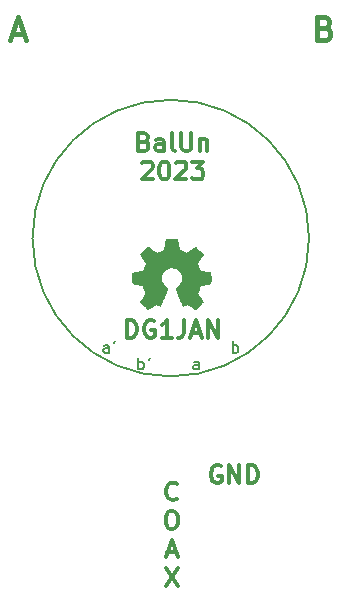
<source format=gbr>
%TF.GenerationSoftware,KiCad,Pcbnew,6.0.2+dfsg-1*%
%TF.CreationDate,2023-02-03T15:07:53+01:00*%
%TF.ProjectId,CoaxBalun,436f6178-4261-46c7-956e-2e6b69636164,rev?*%
%TF.SameCoordinates,Original*%
%TF.FileFunction,Legend,Top*%
%TF.FilePolarity,Positive*%
%FSLAX46Y46*%
G04 Gerber Fmt 4.6, Leading zero omitted, Abs format (unit mm)*
G04 Created by KiCad (PCBNEW 6.0.2+dfsg-1) date 2023-02-03 15:07:53*
%MOMM*%
%LPD*%
G01*
G04 APERTURE LIST*
%ADD10C,0.400000*%
%ADD11C,0.300000*%
%ADD12C,0.150000*%
%ADD13C,0.010000*%
G04 APERTURE END LIST*
D10*
X130571857Y-47736142D02*
X130857571Y-47831380D01*
X130952809Y-47926619D01*
X131048047Y-48117095D01*
X131048047Y-48402809D01*
X130952809Y-48593285D01*
X130857571Y-48688523D01*
X130667095Y-48783761D01*
X129905190Y-48783761D01*
X129905190Y-46783761D01*
X130571857Y-46783761D01*
X130762333Y-46879000D01*
X130857571Y-46974238D01*
X130952809Y-47164714D01*
X130952809Y-47355190D01*
X130857571Y-47545666D01*
X130762333Y-47640904D01*
X130571857Y-47736142D01*
X129905190Y-47736142D01*
D11*
X115300428Y-57359357D02*
X115514714Y-57430785D01*
X115586142Y-57502214D01*
X115657571Y-57645071D01*
X115657571Y-57859357D01*
X115586142Y-58002214D01*
X115514714Y-58073642D01*
X115371857Y-58145071D01*
X114800428Y-58145071D01*
X114800428Y-56645071D01*
X115300428Y-56645071D01*
X115443285Y-56716500D01*
X115514714Y-56787928D01*
X115586142Y-56930785D01*
X115586142Y-57073642D01*
X115514714Y-57216500D01*
X115443285Y-57287928D01*
X115300428Y-57359357D01*
X114800428Y-57359357D01*
X116943285Y-58145071D02*
X116943285Y-57359357D01*
X116871857Y-57216500D01*
X116729000Y-57145071D01*
X116443285Y-57145071D01*
X116300428Y-57216500D01*
X116943285Y-58073642D02*
X116800428Y-58145071D01*
X116443285Y-58145071D01*
X116300428Y-58073642D01*
X116229000Y-57930785D01*
X116229000Y-57787928D01*
X116300428Y-57645071D01*
X116443285Y-57573642D01*
X116800428Y-57573642D01*
X116943285Y-57502214D01*
X117871857Y-58145071D02*
X117729000Y-58073642D01*
X117657571Y-57930785D01*
X117657571Y-56645071D01*
X118443285Y-56645071D02*
X118443285Y-57859357D01*
X118514714Y-58002214D01*
X118586142Y-58073642D01*
X118729000Y-58145071D01*
X119014714Y-58145071D01*
X119157571Y-58073642D01*
X119229000Y-58002214D01*
X119300428Y-57859357D01*
X119300428Y-56645071D01*
X120014714Y-57145071D02*
X120014714Y-58145071D01*
X120014714Y-57287928D02*
X120086142Y-57216500D01*
X120229000Y-57145071D01*
X120443285Y-57145071D01*
X120586142Y-57216500D01*
X120657571Y-57359357D01*
X120657571Y-58145071D01*
X115157571Y-59202928D02*
X115229000Y-59131500D01*
X115371857Y-59060071D01*
X115729000Y-59060071D01*
X115871857Y-59131500D01*
X115943285Y-59202928D01*
X116014714Y-59345785D01*
X116014714Y-59488642D01*
X115943285Y-59702928D01*
X115086142Y-60560071D01*
X116014714Y-60560071D01*
X116943285Y-59060071D02*
X117086142Y-59060071D01*
X117229000Y-59131500D01*
X117300428Y-59202928D01*
X117371857Y-59345785D01*
X117443285Y-59631500D01*
X117443285Y-59988642D01*
X117371857Y-60274357D01*
X117300428Y-60417214D01*
X117229000Y-60488642D01*
X117086142Y-60560071D01*
X116943285Y-60560071D01*
X116800428Y-60488642D01*
X116729000Y-60417214D01*
X116657571Y-60274357D01*
X116586142Y-59988642D01*
X116586142Y-59631500D01*
X116657571Y-59345785D01*
X116729000Y-59202928D01*
X116800428Y-59131500D01*
X116943285Y-59060071D01*
X118014714Y-59202928D02*
X118086142Y-59131500D01*
X118229000Y-59060071D01*
X118586142Y-59060071D01*
X118729000Y-59131500D01*
X118800428Y-59202928D01*
X118871857Y-59345785D01*
X118871857Y-59488642D01*
X118800428Y-59702928D01*
X117943285Y-60560071D01*
X118871857Y-60560071D01*
X119371857Y-59060071D02*
X120300428Y-59060071D01*
X119800428Y-59631500D01*
X120014714Y-59631500D01*
X120157571Y-59702928D01*
X120229000Y-59774357D01*
X120300428Y-59917214D01*
X120300428Y-60274357D01*
X120229000Y-60417214D01*
X120157571Y-60488642D01*
X120014714Y-60560071D01*
X119586142Y-60560071D01*
X119443285Y-60488642D01*
X119371857Y-60417214D01*
X113842857Y-73978571D02*
X113842857Y-72478571D01*
X114200000Y-72478571D01*
X114414285Y-72550000D01*
X114557142Y-72692857D01*
X114628571Y-72835714D01*
X114700000Y-73121428D01*
X114700000Y-73335714D01*
X114628571Y-73621428D01*
X114557142Y-73764285D01*
X114414285Y-73907142D01*
X114200000Y-73978571D01*
X113842857Y-73978571D01*
X116128571Y-72550000D02*
X115985714Y-72478571D01*
X115771428Y-72478571D01*
X115557142Y-72550000D01*
X115414285Y-72692857D01*
X115342857Y-72835714D01*
X115271428Y-73121428D01*
X115271428Y-73335714D01*
X115342857Y-73621428D01*
X115414285Y-73764285D01*
X115557142Y-73907142D01*
X115771428Y-73978571D01*
X115914285Y-73978571D01*
X116128571Y-73907142D01*
X116200000Y-73835714D01*
X116200000Y-73335714D01*
X115914285Y-73335714D01*
X117628571Y-73978571D02*
X116771428Y-73978571D01*
X117200000Y-73978571D02*
X117200000Y-72478571D01*
X117057142Y-72692857D01*
X116914285Y-72835714D01*
X116771428Y-72907142D01*
X118700000Y-72478571D02*
X118700000Y-73550000D01*
X118628571Y-73764285D01*
X118485714Y-73907142D01*
X118271428Y-73978571D01*
X118128571Y-73978571D01*
X119342857Y-73550000D02*
X120057142Y-73550000D01*
X119200000Y-73978571D02*
X119700000Y-72478571D01*
X120200000Y-73978571D01*
X120700000Y-73978571D02*
X120700000Y-72478571D01*
X121557142Y-73978571D01*
X121557142Y-72478571D01*
X118091685Y-87591214D02*
X118020257Y-87662642D01*
X117805971Y-87734071D01*
X117663114Y-87734071D01*
X117448828Y-87662642D01*
X117305971Y-87519785D01*
X117234542Y-87376928D01*
X117163114Y-87091214D01*
X117163114Y-86876928D01*
X117234542Y-86591214D01*
X117305971Y-86448357D01*
X117448828Y-86305500D01*
X117663114Y-86234071D01*
X117805971Y-86234071D01*
X118020257Y-86305500D01*
X118091685Y-86376928D01*
X117484542Y-88649071D02*
X117770257Y-88649071D01*
X117913114Y-88720500D01*
X118055971Y-88863357D01*
X118127400Y-89149071D01*
X118127400Y-89649071D01*
X118055971Y-89934785D01*
X117913114Y-90077642D01*
X117770257Y-90149071D01*
X117484542Y-90149071D01*
X117341685Y-90077642D01*
X117198828Y-89934785D01*
X117127400Y-89649071D01*
X117127400Y-89149071D01*
X117198828Y-88863357D01*
X117341685Y-88720500D01*
X117484542Y-88649071D01*
X117270257Y-92135500D02*
X117984542Y-92135500D01*
X117127400Y-92564071D02*
X117627400Y-91064071D01*
X118127400Y-92564071D01*
X117127400Y-93479071D02*
X118127400Y-94979071D01*
X118127400Y-93479071D02*
X117127400Y-94979071D01*
D10*
X104171809Y-48212333D02*
X105124190Y-48212333D01*
X103981333Y-48783761D02*
X104648000Y-46783761D01*
X105314666Y-48783761D01*
D11*
X121793142Y-84848000D02*
X121650285Y-84776571D01*
X121436000Y-84776571D01*
X121221714Y-84848000D01*
X121078857Y-84990857D01*
X121007428Y-85133714D01*
X120936000Y-85419428D01*
X120936000Y-85633714D01*
X121007428Y-85919428D01*
X121078857Y-86062285D01*
X121221714Y-86205142D01*
X121436000Y-86276571D01*
X121578857Y-86276571D01*
X121793142Y-86205142D01*
X121864571Y-86133714D01*
X121864571Y-85633714D01*
X121578857Y-85633714D01*
X122507428Y-86276571D02*
X122507428Y-84776571D01*
X123364571Y-86276571D01*
X123364571Y-84776571D01*
X124078857Y-86276571D02*
X124078857Y-84776571D01*
X124436000Y-84776571D01*
X124650285Y-84848000D01*
X124793142Y-84990857D01*
X124864571Y-85133714D01*
X124936000Y-85419428D01*
X124936000Y-85633714D01*
X124864571Y-85919428D01*
X124793142Y-86062285D01*
X124650285Y-86205142D01*
X124436000Y-86276571D01*
X124078857Y-86276571D01*
D12*
%TO.C,U2*%
X112320390Y-75255380D02*
X112320390Y-74731571D01*
X112272771Y-74636333D01*
X112177533Y-74588714D01*
X111987057Y-74588714D01*
X111891819Y-74636333D01*
X112320390Y-75207761D02*
X112225152Y-75255380D01*
X111987057Y-75255380D01*
X111891819Y-75207761D01*
X111844200Y-75112523D01*
X111844200Y-75017285D01*
X111891819Y-74922047D01*
X111987057Y-74874428D01*
X112225152Y-74874428D01*
X112320390Y-74826809D01*
X112844200Y-74255380D02*
X112748961Y-74445857D01*
X119924485Y-76652380D02*
X119924485Y-76128571D01*
X119876866Y-76033333D01*
X119781628Y-75985714D01*
X119591152Y-75985714D01*
X119495914Y-76033333D01*
X119924485Y-76604761D02*
X119829247Y-76652380D01*
X119591152Y-76652380D01*
X119495914Y-76604761D01*
X119448295Y-76509523D01*
X119448295Y-76414285D01*
X119495914Y-76319047D01*
X119591152Y-76271428D01*
X119829247Y-76271428D01*
X119924485Y-76223809D01*
X114812819Y-76652380D02*
X114812819Y-75652380D01*
X114812819Y-76033333D02*
X114908057Y-75985714D01*
X115098533Y-75985714D01*
X115193771Y-76033333D01*
X115241390Y-76080952D01*
X115289009Y-76176190D01*
X115289009Y-76461904D01*
X115241390Y-76557142D01*
X115193771Y-76604761D01*
X115098533Y-76652380D01*
X114908057Y-76652380D01*
X114812819Y-76604761D01*
X115765200Y-75652380D02*
X115669961Y-75842857D01*
X122797914Y-75255380D02*
X122797914Y-74255380D01*
X122797914Y-74636333D02*
X122893152Y-74588714D01*
X123083628Y-74588714D01*
X123178866Y-74636333D01*
X123226485Y-74683952D01*
X123274104Y-74779190D01*
X123274104Y-75064904D01*
X123226485Y-75160142D01*
X123178866Y-75207761D01*
X123083628Y-75255380D01*
X122893152Y-75255380D01*
X122797914Y-75207761D01*
%TO.C,*%
D13*
%TO.C,REF\u002A\u002A*%
X118155814Y-66068931D02*
X118239635Y-66513555D01*
X118239635Y-66513555D02*
X118548920Y-66641053D01*
X118548920Y-66641053D02*
X118858206Y-66768551D01*
X118858206Y-66768551D02*
X119229246Y-66516246D01*
X119229246Y-66516246D02*
X119333157Y-66445996D01*
X119333157Y-66445996D02*
X119427087Y-66383272D01*
X119427087Y-66383272D02*
X119506652Y-66330938D01*
X119506652Y-66330938D02*
X119567470Y-66291857D01*
X119567470Y-66291857D02*
X119605157Y-66268893D01*
X119605157Y-66268893D02*
X119615421Y-66263942D01*
X119615421Y-66263942D02*
X119633910Y-66276676D01*
X119633910Y-66276676D02*
X119673420Y-66311882D01*
X119673420Y-66311882D02*
X119729522Y-66365062D01*
X119729522Y-66365062D02*
X119797787Y-66431718D01*
X119797787Y-66431718D02*
X119873786Y-66507354D01*
X119873786Y-66507354D02*
X119953092Y-66587472D01*
X119953092Y-66587472D02*
X120031275Y-66667574D01*
X120031275Y-66667574D02*
X120103907Y-66743164D01*
X120103907Y-66743164D02*
X120166559Y-66809745D01*
X120166559Y-66809745D02*
X120214803Y-66862818D01*
X120214803Y-66862818D02*
X120244210Y-66897887D01*
X120244210Y-66897887D02*
X120251241Y-66909623D01*
X120251241Y-66909623D02*
X120241123Y-66931260D01*
X120241123Y-66931260D02*
X120212759Y-66978662D01*
X120212759Y-66978662D02*
X120169129Y-67047193D01*
X120169129Y-67047193D02*
X120113218Y-67132215D01*
X120113218Y-67132215D02*
X120048006Y-67229093D01*
X120048006Y-67229093D02*
X120010219Y-67284350D01*
X120010219Y-67284350D02*
X119941343Y-67385248D01*
X119941343Y-67385248D02*
X119880140Y-67476299D01*
X119880140Y-67476299D02*
X119829578Y-67552970D01*
X119829578Y-67552970D02*
X119792628Y-67610728D01*
X119792628Y-67610728D02*
X119772258Y-67645043D01*
X119772258Y-67645043D02*
X119769197Y-67652254D01*
X119769197Y-67652254D02*
X119776136Y-67672748D01*
X119776136Y-67672748D02*
X119795051Y-67720513D01*
X119795051Y-67720513D02*
X119823087Y-67788832D01*
X119823087Y-67788832D02*
X119857391Y-67870989D01*
X119857391Y-67870989D02*
X119895109Y-67960270D01*
X119895109Y-67960270D02*
X119933387Y-68049958D01*
X119933387Y-68049958D02*
X119969370Y-68133338D01*
X119969370Y-68133338D02*
X120000206Y-68203694D01*
X120000206Y-68203694D02*
X120023039Y-68254310D01*
X120023039Y-68254310D02*
X120035017Y-68278471D01*
X120035017Y-68278471D02*
X120035724Y-68279422D01*
X120035724Y-68279422D02*
X120054531Y-68284036D01*
X120054531Y-68284036D02*
X120104618Y-68294328D01*
X120104618Y-68294328D02*
X120180793Y-68309287D01*
X120180793Y-68309287D02*
X120277865Y-68327901D01*
X120277865Y-68327901D02*
X120390643Y-68349159D01*
X120390643Y-68349159D02*
X120456442Y-68361418D01*
X120456442Y-68361418D02*
X120576950Y-68384362D01*
X120576950Y-68384362D02*
X120685797Y-68406195D01*
X120685797Y-68406195D02*
X120777476Y-68425722D01*
X120777476Y-68425722D02*
X120846481Y-68441748D01*
X120846481Y-68441748D02*
X120887304Y-68453079D01*
X120887304Y-68453079D02*
X120895511Y-68456674D01*
X120895511Y-68456674D02*
X120903548Y-68481006D01*
X120903548Y-68481006D02*
X120910033Y-68535959D01*
X120910033Y-68535959D02*
X120914970Y-68615108D01*
X120914970Y-68615108D02*
X120918364Y-68712026D01*
X120918364Y-68712026D02*
X120920218Y-68820287D01*
X120920218Y-68820287D02*
X120920538Y-68933465D01*
X120920538Y-68933465D02*
X120919327Y-69045135D01*
X120919327Y-69045135D02*
X120916590Y-69148868D01*
X120916590Y-69148868D02*
X120912331Y-69238241D01*
X120912331Y-69238241D02*
X120906555Y-69306826D01*
X120906555Y-69306826D02*
X120899267Y-69348197D01*
X120899267Y-69348197D02*
X120894895Y-69356810D01*
X120894895Y-69356810D02*
X120868764Y-69367133D01*
X120868764Y-69367133D02*
X120813393Y-69381892D01*
X120813393Y-69381892D02*
X120736107Y-69399352D01*
X120736107Y-69399352D02*
X120644230Y-69417780D01*
X120644230Y-69417780D02*
X120612158Y-69423741D01*
X120612158Y-69423741D02*
X120457524Y-69452066D01*
X120457524Y-69452066D02*
X120335375Y-69474876D01*
X120335375Y-69474876D02*
X120241673Y-69493080D01*
X120241673Y-69493080D02*
X120172384Y-69507583D01*
X120172384Y-69507583D02*
X120123471Y-69519292D01*
X120123471Y-69519292D02*
X120090897Y-69529115D01*
X120090897Y-69529115D02*
X120070628Y-69537956D01*
X120070628Y-69537956D02*
X120058626Y-69546724D01*
X120058626Y-69546724D02*
X120056947Y-69548457D01*
X120056947Y-69548457D02*
X120040184Y-69576371D01*
X120040184Y-69576371D02*
X120014614Y-69630695D01*
X120014614Y-69630695D02*
X119982788Y-69704777D01*
X119982788Y-69704777D02*
X119947260Y-69791965D01*
X119947260Y-69791965D02*
X119910583Y-69885608D01*
X119910583Y-69885608D02*
X119875311Y-69979052D01*
X119875311Y-69979052D02*
X119843996Y-70065647D01*
X119843996Y-70065647D02*
X119819193Y-70138740D01*
X119819193Y-70138740D02*
X119803454Y-70191678D01*
X119803454Y-70191678D02*
X119799332Y-70217811D01*
X119799332Y-70217811D02*
X119799676Y-70218726D01*
X119799676Y-70218726D02*
X119813641Y-70240086D01*
X119813641Y-70240086D02*
X119845322Y-70287084D01*
X119845322Y-70287084D02*
X119891391Y-70354827D01*
X119891391Y-70354827D02*
X119948518Y-70438423D01*
X119948518Y-70438423D02*
X120013373Y-70532982D01*
X120013373Y-70532982D02*
X120031843Y-70559854D01*
X120031843Y-70559854D02*
X120097699Y-70657275D01*
X120097699Y-70657275D02*
X120155650Y-70746163D01*
X120155650Y-70746163D02*
X120202538Y-70821412D01*
X120202538Y-70821412D02*
X120235207Y-70877920D01*
X120235207Y-70877920D02*
X120250500Y-70910581D01*
X120250500Y-70910581D02*
X120251241Y-70914593D01*
X120251241Y-70914593D02*
X120238392Y-70935684D01*
X120238392Y-70935684D02*
X120202888Y-70977464D01*
X120202888Y-70977464D02*
X120149293Y-71035445D01*
X120149293Y-71035445D02*
X120082171Y-71105135D01*
X120082171Y-71105135D02*
X120006087Y-71182045D01*
X120006087Y-71182045D02*
X119925604Y-71261683D01*
X119925604Y-71261683D02*
X119845287Y-71339561D01*
X119845287Y-71339561D02*
X119769699Y-71411186D01*
X119769699Y-71411186D02*
X119703405Y-71472070D01*
X119703405Y-71472070D02*
X119650969Y-71517721D01*
X119650969Y-71517721D02*
X119616955Y-71543650D01*
X119616955Y-71543650D02*
X119607545Y-71547883D01*
X119607545Y-71547883D02*
X119585643Y-71537912D01*
X119585643Y-71537912D02*
X119540800Y-71511020D01*
X119540800Y-71511020D02*
X119480321Y-71471736D01*
X119480321Y-71471736D02*
X119433789Y-71440117D01*
X119433789Y-71440117D02*
X119349475Y-71382098D01*
X119349475Y-71382098D02*
X119249626Y-71313784D01*
X119249626Y-71313784D02*
X119149473Y-71245579D01*
X119149473Y-71245579D02*
X119095627Y-71209075D01*
X119095627Y-71209075D02*
X118913371Y-71085800D01*
X118913371Y-71085800D02*
X118760381Y-71168520D01*
X118760381Y-71168520D02*
X118690682Y-71204759D01*
X118690682Y-71204759D02*
X118631414Y-71232926D01*
X118631414Y-71232926D02*
X118591311Y-71248991D01*
X118591311Y-71248991D02*
X118581103Y-71251226D01*
X118581103Y-71251226D02*
X118568829Y-71234722D01*
X118568829Y-71234722D02*
X118544613Y-71188082D01*
X118544613Y-71188082D02*
X118510263Y-71115609D01*
X118510263Y-71115609D02*
X118467588Y-71021606D01*
X118467588Y-71021606D02*
X118418394Y-70910374D01*
X118418394Y-70910374D02*
X118364490Y-70786215D01*
X118364490Y-70786215D02*
X118307684Y-70653432D01*
X118307684Y-70653432D02*
X118249782Y-70516327D01*
X118249782Y-70516327D02*
X118192593Y-70379202D01*
X118192593Y-70379202D02*
X118137924Y-70246358D01*
X118137924Y-70246358D02*
X118087584Y-70122098D01*
X118087584Y-70122098D02*
X118043380Y-70010725D01*
X118043380Y-70010725D02*
X118007119Y-69916539D01*
X118007119Y-69916539D02*
X117980609Y-69843844D01*
X117980609Y-69843844D02*
X117965658Y-69796941D01*
X117965658Y-69796941D02*
X117963254Y-69780833D01*
X117963254Y-69780833D02*
X117982311Y-69760286D01*
X117982311Y-69760286D02*
X118024036Y-69726933D01*
X118024036Y-69726933D02*
X118079706Y-69687702D01*
X118079706Y-69687702D02*
X118084378Y-69684599D01*
X118084378Y-69684599D02*
X118228264Y-69569423D01*
X118228264Y-69569423D02*
X118344283Y-69435053D01*
X118344283Y-69435053D02*
X118431430Y-69285784D01*
X118431430Y-69285784D02*
X118488699Y-69125913D01*
X118488699Y-69125913D02*
X118515086Y-68959737D01*
X118515086Y-68959737D02*
X118509585Y-68791552D01*
X118509585Y-68791552D02*
X118471190Y-68625655D01*
X118471190Y-68625655D02*
X118398895Y-68466342D01*
X118398895Y-68466342D02*
X118377626Y-68431487D01*
X118377626Y-68431487D02*
X118266996Y-68290737D01*
X118266996Y-68290737D02*
X118136302Y-68177714D01*
X118136302Y-68177714D02*
X117990064Y-68093003D01*
X117990064Y-68093003D02*
X117832808Y-68037194D01*
X117832808Y-68037194D02*
X117669057Y-68010874D01*
X117669057Y-68010874D02*
X117503333Y-68014630D01*
X117503333Y-68014630D02*
X117340162Y-68049050D01*
X117340162Y-68049050D02*
X117184065Y-68114723D01*
X117184065Y-68114723D02*
X117039567Y-68212235D01*
X117039567Y-68212235D02*
X116994869Y-68251813D01*
X116994869Y-68251813D02*
X116881112Y-68375703D01*
X116881112Y-68375703D02*
X116798218Y-68506124D01*
X116798218Y-68506124D02*
X116741356Y-68652315D01*
X116741356Y-68652315D02*
X116709687Y-68797088D01*
X116709687Y-68797088D02*
X116701869Y-68959860D01*
X116701869Y-68959860D02*
X116727938Y-69123440D01*
X116727938Y-69123440D02*
X116785245Y-69282298D01*
X116785245Y-69282298D02*
X116871144Y-69430906D01*
X116871144Y-69430906D02*
X116982986Y-69563735D01*
X116982986Y-69563735D02*
X117118123Y-69675256D01*
X117118123Y-69675256D02*
X117135883Y-69687011D01*
X117135883Y-69687011D02*
X117192150Y-69725508D01*
X117192150Y-69725508D02*
X117234923Y-69758863D01*
X117234923Y-69758863D02*
X117255372Y-69780160D01*
X117255372Y-69780160D02*
X117255669Y-69780833D01*
X117255669Y-69780833D02*
X117251279Y-69803871D01*
X117251279Y-69803871D02*
X117233876Y-69856157D01*
X117233876Y-69856157D02*
X117205268Y-69933390D01*
X117205268Y-69933390D02*
X117167265Y-70031268D01*
X117167265Y-70031268D02*
X117121674Y-70145491D01*
X117121674Y-70145491D02*
X117070303Y-70271758D01*
X117070303Y-70271758D02*
X117014962Y-70405767D01*
X117014962Y-70405767D02*
X116957458Y-70543218D01*
X116957458Y-70543218D02*
X116899601Y-70679808D01*
X116899601Y-70679808D02*
X116843198Y-70811237D01*
X116843198Y-70811237D02*
X116790058Y-70933205D01*
X116790058Y-70933205D02*
X116741990Y-71041409D01*
X116741990Y-71041409D02*
X116700801Y-71131549D01*
X116700801Y-71131549D02*
X116668301Y-71199323D01*
X116668301Y-71199323D02*
X116646297Y-71240430D01*
X116646297Y-71240430D02*
X116637436Y-71251226D01*
X116637436Y-71251226D02*
X116610360Y-71242819D01*
X116610360Y-71242819D02*
X116559697Y-71220272D01*
X116559697Y-71220272D02*
X116494183Y-71187613D01*
X116494183Y-71187613D02*
X116458159Y-71168520D01*
X116458159Y-71168520D02*
X116305168Y-71085800D01*
X116305168Y-71085800D02*
X116122912Y-71209075D01*
X116122912Y-71209075D02*
X116029875Y-71272228D01*
X116029875Y-71272228D02*
X115928015Y-71341727D01*
X115928015Y-71341727D02*
X115832562Y-71407165D01*
X115832562Y-71407165D02*
X115784750Y-71440117D01*
X115784750Y-71440117D02*
X115717505Y-71485273D01*
X115717505Y-71485273D02*
X115660564Y-71521057D01*
X115660564Y-71521057D02*
X115621354Y-71542938D01*
X115621354Y-71542938D02*
X115608619Y-71547563D01*
X115608619Y-71547563D02*
X115590083Y-71535085D01*
X115590083Y-71535085D02*
X115549059Y-71500252D01*
X115549059Y-71500252D02*
X115489525Y-71446678D01*
X115489525Y-71446678D02*
X115415458Y-71377983D01*
X115415458Y-71377983D02*
X115330835Y-71297781D01*
X115330835Y-71297781D02*
X115277315Y-71246286D01*
X115277315Y-71246286D02*
X115183681Y-71154286D01*
X115183681Y-71154286D02*
X115102759Y-71071999D01*
X115102759Y-71071999D02*
X115037823Y-71002945D01*
X115037823Y-71002945D02*
X114992142Y-70950644D01*
X114992142Y-70950644D02*
X114968989Y-70918616D01*
X114968989Y-70918616D02*
X114966768Y-70912116D01*
X114966768Y-70912116D02*
X114977076Y-70887394D01*
X114977076Y-70887394D02*
X115005561Y-70837405D01*
X115005561Y-70837405D02*
X115049063Y-70767212D01*
X115049063Y-70767212D02*
X115104423Y-70681875D01*
X115104423Y-70681875D02*
X115168480Y-70586456D01*
X115168480Y-70586456D02*
X115186697Y-70559854D01*
X115186697Y-70559854D02*
X115253073Y-70463167D01*
X115253073Y-70463167D02*
X115312622Y-70376117D01*
X115312622Y-70376117D02*
X115362016Y-70303595D01*
X115362016Y-70303595D02*
X115397925Y-70250493D01*
X115397925Y-70250493D02*
X115417019Y-70221703D01*
X115417019Y-70221703D02*
X115418864Y-70218726D01*
X115418864Y-70218726D02*
X115416105Y-70195782D01*
X115416105Y-70195782D02*
X115401462Y-70145336D01*
X115401462Y-70145336D02*
X115377487Y-70074041D01*
X115377487Y-70074041D02*
X115346734Y-69988547D01*
X115346734Y-69988547D02*
X115311756Y-69895507D01*
X115311756Y-69895507D02*
X115275107Y-69801574D01*
X115275107Y-69801574D02*
X115239339Y-69713399D01*
X115239339Y-69713399D02*
X115207006Y-69637634D01*
X115207006Y-69637634D02*
X115180662Y-69580931D01*
X115180662Y-69580931D02*
X115162858Y-69549943D01*
X115162858Y-69549943D02*
X115161593Y-69548457D01*
X115161593Y-69548457D02*
X115150706Y-69539601D01*
X115150706Y-69539601D02*
X115132318Y-69530843D01*
X115132318Y-69530843D02*
X115102394Y-69521277D01*
X115102394Y-69521277D02*
X115056897Y-69509996D01*
X115056897Y-69509996D02*
X114991791Y-69496093D01*
X114991791Y-69496093D02*
X114903039Y-69478663D01*
X114903039Y-69478663D02*
X114786607Y-69456798D01*
X114786607Y-69456798D02*
X114638458Y-69429591D01*
X114638458Y-69429591D02*
X114606382Y-69423741D01*
X114606382Y-69423741D02*
X114511314Y-69405374D01*
X114511314Y-69405374D02*
X114428435Y-69387405D01*
X114428435Y-69387405D02*
X114365070Y-69371569D01*
X114365070Y-69371569D02*
X114328542Y-69359600D01*
X114328542Y-69359600D02*
X114323644Y-69356810D01*
X114323644Y-69356810D02*
X114315573Y-69332072D01*
X114315573Y-69332072D02*
X114309013Y-69276790D01*
X114309013Y-69276790D02*
X114303967Y-69197389D01*
X114303967Y-69197389D02*
X114300441Y-69100296D01*
X114300441Y-69100296D02*
X114298439Y-68991938D01*
X114298439Y-68991938D02*
X114297964Y-68878740D01*
X114297964Y-68878740D02*
X114299023Y-68767128D01*
X114299023Y-68767128D02*
X114301618Y-68663529D01*
X114301618Y-68663529D02*
X114305754Y-68574368D01*
X114305754Y-68574368D02*
X114311437Y-68506072D01*
X114311437Y-68506072D02*
X114318669Y-68465066D01*
X114318669Y-68465066D02*
X114323029Y-68456674D01*
X114323029Y-68456674D02*
X114347302Y-68448208D01*
X114347302Y-68448208D02*
X114402574Y-68434435D01*
X114402574Y-68434435D02*
X114483338Y-68416550D01*
X114483338Y-68416550D02*
X114584088Y-68395748D01*
X114584088Y-68395748D02*
X114699317Y-68373223D01*
X114699317Y-68373223D02*
X114762098Y-68361418D01*
X114762098Y-68361418D02*
X114881213Y-68339151D01*
X114881213Y-68339151D02*
X114987435Y-68318979D01*
X114987435Y-68318979D02*
X115075573Y-68301915D01*
X115075573Y-68301915D02*
X115140434Y-68288969D01*
X115140434Y-68288969D02*
X115176826Y-68281155D01*
X115176826Y-68281155D02*
X115182816Y-68279422D01*
X115182816Y-68279422D02*
X115192939Y-68259890D01*
X115192939Y-68259890D02*
X115214338Y-68212843D01*
X115214338Y-68212843D02*
X115244161Y-68145003D01*
X115244161Y-68145003D02*
X115279555Y-68063091D01*
X115279555Y-68063091D02*
X115317668Y-67973828D01*
X115317668Y-67973828D02*
X115355647Y-67883935D01*
X115355647Y-67883935D02*
X115390640Y-67800135D01*
X115390640Y-67800135D02*
X115419794Y-67729147D01*
X115419794Y-67729147D02*
X115440257Y-67677694D01*
X115440257Y-67677694D02*
X115449177Y-67652497D01*
X115449177Y-67652497D02*
X115449343Y-67651396D01*
X115449343Y-67651396D02*
X115439231Y-67631519D01*
X115439231Y-67631519D02*
X115410883Y-67585777D01*
X115410883Y-67585777D02*
X115367277Y-67518717D01*
X115367277Y-67518717D02*
X115311394Y-67434884D01*
X115311394Y-67434884D02*
X115246213Y-67338826D01*
X115246213Y-67338826D02*
X115208321Y-67283650D01*
X115208321Y-67283650D02*
X115139275Y-67182481D01*
X115139275Y-67182481D02*
X115077950Y-67090630D01*
X115077950Y-67090630D02*
X115027337Y-67012744D01*
X115027337Y-67012744D02*
X114990429Y-66953469D01*
X114990429Y-66953469D02*
X114970218Y-66917451D01*
X114970218Y-66917451D02*
X114967299Y-66909377D01*
X114967299Y-66909377D02*
X114979847Y-66890584D01*
X114979847Y-66890584D02*
X115014537Y-66850457D01*
X115014537Y-66850457D02*
X115066937Y-66793493D01*
X115066937Y-66793493D02*
X115132616Y-66724185D01*
X115132616Y-66724185D02*
X115207144Y-66647031D01*
X115207144Y-66647031D02*
X115286087Y-66566525D01*
X115286087Y-66566525D02*
X115365017Y-66487163D01*
X115365017Y-66487163D02*
X115439500Y-66413440D01*
X115439500Y-66413440D02*
X115505106Y-66349852D01*
X115505106Y-66349852D02*
X115557404Y-66300894D01*
X115557404Y-66300894D02*
X115591961Y-66271061D01*
X115591961Y-66271061D02*
X115603522Y-66263942D01*
X115603522Y-66263942D02*
X115622346Y-66273953D01*
X115622346Y-66273953D02*
X115667369Y-66302078D01*
X115667369Y-66302078D02*
X115734213Y-66345454D01*
X115734213Y-66345454D02*
X115818501Y-66401218D01*
X115818501Y-66401218D02*
X115915856Y-66466506D01*
X115915856Y-66466506D02*
X115989293Y-66516246D01*
X115989293Y-66516246D02*
X116360333Y-66768551D01*
X116360333Y-66768551D02*
X116978905Y-66513555D01*
X116978905Y-66513555D02*
X117062725Y-66068931D01*
X117062725Y-66068931D02*
X117146546Y-65624307D01*
X117146546Y-65624307D02*
X118071994Y-65624307D01*
X118071994Y-65624307D02*
X118155814Y-66068931D01*
X118155814Y-66068931D02*
X118155814Y-66068931D01*
G36*
X118155814Y-66068931D02*
G01*
X118239635Y-66513555D01*
X118548920Y-66641053D01*
X118858206Y-66768551D01*
X119229246Y-66516246D01*
X119333157Y-66445996D01*
X119427087Y-66383272D01*
X119506652Y-66330938D01*
X119567470Y-66291857D01*
X119605157Y-66268893D01*
X119615421Y-66263942D01*
X119633910Y-66276676D01*
X119673420Y-66311882D01*
X119729522Y-66365062D01*
X119797787Y-66431718D01*
X119873786Y-66507354D01*
X119953092Y-66587472D01*
X120031275Y-66667574D01*
X120103907Y-66743164D01*
X120166559Y-66809745D01*
X120214803Y-66862818D01*
X120244210Y-66897887D01*
X120251241Y-66909623D01*
X120241123Y-66931260D01*
X120212759Y-66978662D01*
X120169129Y-67047193D01*
X120113218Y-67132215D01*
X120048006Y-67229093D01*
X120010219Y-67284350D01*
X119941343Y-67385248D01*
X119880140Y-67476299D01*
X119829578Y-67552970D01*
X119792628Y-67610728D01*
X119772258Y-67645043D01*
X119769197Y-67652254D01*
X119776136Y-67672748D01*
X119795051Y-67720513D01*
X119823087Y-67788832D01*
X119857391Y-67870989D01*
X119895109Y-67960270D01*
X119933387Y-68049958D01*
X119969370Y-68133338D01*
X120000206Y-68203694D01*
X120023039Y-68254310D01*
X120035017Y-68278471D01*
X120035724Y-68279422D01*
X120054531Y-68284036D01*
X120104618Y-68294328D01*
X120180793Y-68309287D01*
X120277865Y-68327901D01*
X120390643Y-68349159D01*
X120456442Y-68361418D01*
X120576950Y-68384362D01*
X120685797Y-68406195D01*
X120777476Y-68425722D01*
X120846481Y-68441748D01*
X120887304Y-68453079D01*
X120895511Y-68456674D01*
X120903548Y-68481006D01*
X120910033Y-68535959D01*
X120914970Y-68615108D01*
X120918364Y-68712026D01*
X120920218Y-68820287D01*
X120920538Y-68933465D01*
X120919327Y-69045135D01*
X120916590Y-69148868D01*
X120912331Y-69238241D01*
X120906555Y-69306826D01*
X120899267Y-69348197D01*
X120894895Y-69356810D01*
X120868764Y-69367133D01*
X120813393Y-69381892D01*
X120736107Y-69399352D01*
X120644230Y-69417780D01*
X120612158Y-69423741D01*
X120457524Y-69452066D01*
X120335375Y-69474876D01*
X120241673Y-69493080D01*
X120172384Y-69507583D01*
X120123471Y-69519292D01*
X120090897Y-69529115D01*
X120070628Y-69537956D01*
X120058626Y-69546724D01*
X120056947Y-69548457D01*
X120040184Y-69576371D01*
X120014614Y-69630695D01*
X119982788Y-69704777D01*
X119947260Y-69791965D01*
X119910583Y-69885608D01*
X119875311Y-69979052D01*
X119843996Y-70065647D01*
X119819193Y-70138740D01*
X119803454Y-70191678D01*
X119799332Y-70217811D01*
X119799676Y-70218726D01*
X119813641Y-70240086D01*
X119845322Y-70287084D01*
X119891391Y-70354827D01*
X119948518Y-70438423D01*
X120013373Y-70532982D01*
X120031843Y-70559854D01*
X120097699Y-70657275D01*
X120155650Y-70746163D01*
X120202538Y-70821412D01*
X120235207Y-70877920D01*
X120250500Y-70910581D01*
X120251241Y-70914593D01*
X120238392Y-70935684D01*
X120202888Y-70977464D01*
X120149293Y-71035445D01*
X120082171Y-71105135D01*
X120006087Y-71182045D01*
X119925604Y-71261683D01*
X119845287Y-71339561D01*
X119769699Y-71411186D01*
X119703405Y-71472070D01*
X119650969Y-71517721D01*
X119616955Y-71543650D01*
X119607545Y-71547883D01*
X119585643Y-71537912D01*
X119540800Y-71511020D01*
X119480321Y-71471736D01*
X119433789Y-71440117D01*
X119349475Y-71382098D01*
X119249626Y-71313784D01*
X119149473Y-71245579D01*
X119095627Y-71209075D01*
X118913371Y-71085800D01*
X118760381Y-71168520D01*
X118690682Y-71204759D01*
X118631414Y-71232926D01*
X118591311Y-71248991D01*
X118581103Y-71251226D01*
X118568829Y-71234722D01*
X118544613Y-71188082D01*
X118510263Y-71115609D01*
X118467588Y-71021606D01*
X118418394Y-70910374D01*
X118364490Y-70786215D01*
X118307684Y-70653432D01*
X118249782Y-70516327D01*
X118192593Y-70379202D01*
X118137924Y-70246358D01*
X118087584Y-70122098D01*
X118043380Y-70010725D01*
X118007119Y-69916539D01*
X117980609Y-69843844D01*
X117965658Y-69796941D01*
X117963254Y-69780833D01*
X117982311Y-69760286D01*
X118024036Y-69726933D01*
X118079706Y-69687702D01*
X118084378Y-69684599D01*
X118228264Y-69569423D01*
X118344283Y-69435053D01*
X118431430Y-69285784D01*
X118488699Y-69125913D01*
X118515086Y-68959737D01*
X118509585Y-68791552D01*
X118471190Y-68625655D01*
X118398895Y-68466342D01*
X118377626Y-68431487D01*
X118266996Y-68290737D01*
X118136302Y-68177714D01*
X117990064Y-68093003D01*
X117832808Y-68037194D01*
X117669057Y-68010874D01*
X117503333Y-68014630D01*
X117340162Y-68049050D01*
X117184065Y-68114723D01*
X117039567Y-68212235D01*
X116994869Y-68251813D01*
X116881112Y-68375703D01*
X116798218Y-68506124D01*
X116741356Y-68652315D01*
X116709687Y-68797088D01*
X116701869Y-68959860D01*
X116727938Y-69123440D01*
X116785245Y-69282298D01*
X116871144Y-69430906D01*
X116982986Y-69563735D01*
X117118123Y-69675256D01*
X117135883Y-69687011D01*
X117192150Y-69725508D01*
X117234923Y-69758863D01*
X117255372Y-69780160D01*
X117255669Y-69780833D01*
X117251279Y-69803871D01*
X117233876Y-69856157D01*
X117205268Y-69933390D01*
X117167265Y-70031268D01*
X117121674Y-70145491D01*
X117070303Y-70271758D01*
X117014962Y-70405767D01*
X116957458Y-70543218D01*
X116899601Y-70679808D01*
X116843198Y-70811237D01*
X116790058Y-70933205D01*
X116741990Y-71041409D01*
X116700801Y-71131549D01*
X116668301Y-71199323D01*
X116646297Y-71240430D01*
X116637436Y-71251226D01*
X116610360Y-71242819D01*
X116559697Y-71220272D01*
X116494183Y-71187613D01*
X116458159Y-71168520D01*
X116305168Y-71085800D01*
X116122912Y-71209075D01*
X116029875Y-71272228D01*
X115928015Y-71341727D01*
X115832562Y-71407165D01*
X115784750Y-71440117D01*
X115717505Y-71485273D01*
X115660564Y-71521057D01*
X115621354Y-71542938D01*
X115608619Y-71547563D01*
X115590083Y-71535085D01*
X115549059Y-71500252D01*
X115489525Y-71446678D01*
X115415458Y-71377983D01*
X115330835Y-71297781D01*
X115277315Y-71246286D01*
X115183681Y-71154286D01*
X115102759Y-71071999D01*
X115037823Y-71002945D01*
X114992142Y-70950644D01*
X114968989Y-70918616D01*
X114966768Y-70912116D01*
X114977076Y-70887394D01*
X115005561Y-70837405D01*
X115049063Y-70767212D01*
X115104423Y-70681875D01*
X115168480Y-70586456D01*
X115186697Y-70559854D01*
X115253073Y-70463167D01*
X115312622Y-70376117D01*
X115362016Y-70303595D01*
X115397925Y-70250493D01*
X115417019Y-70221703D01*
X115418864Y-70218726D01*
X115416105Y-70195782D01*
X115401462Y-70145336D01*
X115377487Y-70074041D01*
X115346734Y-69988547D01*
X115311756Y-69895507D01*
X115275107Y-69801574D01*
X115239339Y-69713399D01*
X115207006Y-69637634D01*
X115180662Y-69580931D01*
X115162858Y-69549943D01*
X115161593Y-69548457D01*
X115150706Y-69539601D01*
X115132318Y-69530843D01*
X115102394Y-69521277D01*
X115056897Y-69509996D01*
X114991791Y-69496093D01*
X114903039Y-69478663D01*
X114786607Y-69456798D01*
X114638458Y-69429591D01*
X114606382Y-69423741D01*
X114511314Y-69405374D01*
X114428435Y-69387405D01*
X114365070Y-69371569D01*
X114328542Y-69359600D01*
X114323644Y-69356810D01*
X114315573Y-69332072D01*
X114309013Y-69276790D01*
X114303967Y-69197389D01*
X114300441Y-69100296D01*
X114298439Y-68991938D01*
X114297964Y-68878740D01*
X114299023Y-68767128D01*
X114301618Y-68663529D01*
X114305754Y-68574368D01*
X114311437Y-68506072D01*
X114318669Y-68465066D01*
X114323029Y-68456674D01*
X114347302Y-68448208D01*
X114402574Y-68434435D01*
X114483338Y-68416550D01*
X114584088Y-68395748D01*
X114699317Y-68373223D01*
X114762098Y-68361418D01*
X114881213Y-68339151D01*
X114987435Y-68318979D01*
X115075573Y-68301915D01*
X115140434Y-68288969D01*
X115176826Y-68281155D01*
X115182816Y-68279422D01*
X115192939Y-68259890D01*
X115214338Y-68212843D01*
X115244161Y-68145003D01*
X115279555Y-68063091D01*
X115317668Y-67973828D01*
X115355647Y-67883935D01*
X115390640Y-67800135D01*
X115419794Y-67729147D01*
X115440257Y-67677694D01*
X115449177Y-67652497D01*
X115449343Y-67651396D01*
X115439231Y-67631519D01*
X115410883Y-67585777D01*
X115367277Y-67518717D01*
X115311394Y-67434884D01*
X115246213Y-67338826D01*
X115208321Y-67283650D01*
X115139275Y-67182481D01*
X115077950Y-67090630D01*
X115027337Y-67012744D01*
X114990429Y-66953469D01*
X114970218Y-66917451D01*
X114967299Y-66909377D01*
X114979847Y-66890584D01*
X115014537Y-66850457D01*
X115066937Y-66793493D01*
X115132616Y-66724185D01*
X115207144Y-66647031D01*
X115286087Y-66566525D01*
X115365017Y-66487163D01*
X115439500Y-66413440D01*
X115505106Y-66349852D01*
X115557404Y-66300894D01*
X115591961Y-66271061D01*
X115603522Y-66263942D01*
X115622346Y-66273953D01*
X115667369Y-66302078D01*
X115734213Y-66345454D01*
X115818501Y-66401218D01*
X115915856Y-66466506D01*
X115989293Y-66516246D01*
X116360333Y-66768551D01*
X116978905Y-66513555D01*
X117062725Y-66068931D01*
X117146546Y-65624307D01*
X118071994Y-65624307D01*
X118155814Y-66068931D01*
G37*
X118155814Y-66068931D02*
X118239635Y-66513555D01*
X118548920Y-66641053D01*
X118858206Y-66768551D01*
X119229246Y-66516246D01*
X119333157Y-66445996D01*
X119427087Y-66383272D01*
X119506652Y-66330938D01*
X119567470Y-66291857D01*
X119605157Y-66268893D01*
X119615421Y-66263942D01*
X119633910Y-66276676D01*
X119673420Y-66311882D01*
X119729522Y-66365062D01*
X119797787Y-66431718D01*
X119873786Y-66507354D01*
X119953092Y-66587472D01*
X120031275Y-66667574D01*
X120103907Y-66743164D01*
X120166559Y-66809745D01*
X120214803Y-66862818D01*
X120244210Y-66897887D01*
X120251241Y-66909623D01*
X120241123Y-66931260D01*
X120212759Y-66978662D01*
X120169129Y-67047193D01*
X120113218Y-67132215D01*
X120048006Y-67229093D01*
X120010219Y-67284350D01*
X119941343Y-67385248D01*
X119880140Y-67476299D01*
X119829578Y-67552970D01*
X119792628Y-67610728D01*
X119772258Y-67645043D01*
X119769197Y-67652254D01*
X119776136Y-67672748D01*
X119795051Y-67720513D01*
X119823087Y-67788832D01*
X119857391Y-67870989D01*
X119895109Y-67960270D01*
X119933387Y-68049958D01*
X119969370Y-68133338D01*
X120000206Y-68203694D01*
X120023039Y-68254310D01*
X120035017Y-68278471D01*
X120035724Y-68279422D01*
X120054531Y-68284036D01*
X120104618Y-68294328D01*
X120180793Y-68309287D01*
X120277865Y-68327901D01*
X120390643Y-68349159D01*
X120456442Y-68361418D01*
X120576950Y-68384362D01*
X120685797Y-68406195D01*
X120777476Y-68425722D01*
X120846481Y-68441748D01*
X120887304Y-68453079D01*
X120895511Y-68456674D01*
X120903548Y-68481006D01*
X120910033Y-68535959D01*
X120914970Y-68615108D01*
X120918364Y-68712026D01*
X120920218Y-68820287D01*
X120920538Y-68933465D01*
X120919327Y-69045135D01*
X120916590Y-69148868D01*
X120912331Y-69238241D01*
X120906555Y-69306826D01*
X120899267Y-69348197D01*
X120894895Y-69356810D01*
X120868764Y-69367133D01*
X120813393Y-69381892D01*
X120736107Y-69399352D01*
X120644230Y-69417780D01*
X120612158Y-69423741D01*
X120457524Y-69452066D01*
X120335375Y-69474876D01*
X120241673Y-69493080D01*
X120172384Y-69507583D01*
X120123471Y-69519292D01*
X120090897Y-69529115D01*
X120070628Y-69537956D01*
X120058626Y-69546724D01*
X120056947Y-69548457D01*
X120040184Y-69576371D01*
X120014614Y-69630695D01*
X119982788Y-69704777D01*
X119947260Y-69791965D01*
X119910583Y-69885608D01*
X119875311Y-69979052D01*
X119843996Y-70065647D01*
X119819193Y-70138740D01*
X119803454Y-70191678D01*
X119799332Y-70217811D01*
X119799676Y-70218726D01*
X119813641Y-70240086D01*
X119845322Y-70287084D01*
X119891391Y-70354827D01*
X119948518Y-70438423D01*
X120013373Y-70532982D01*
X120031843Y-70559854D01*
X120097699Y-70657275D01*
X120155650Y-70746163D01*
X120202538Y-70821412D01*
X120235207Y-70877920D01*
X120250500Y-70910581D01*
X120251241Y-70914593D01*
X120238392Y-70935684D01*
X120202888Y-70977464D01*
X120149293Y-71035445D01*
X120082171Y-71105135D01*
X120006087Y-71182045D01*
X119925604Y-71261683D01*
X119845287Y-71339561D01*
X119769699Y-71411186D01*
X119703405Y-71472070D01*
X119650969Y-71517721D01*
X119616955Y-71543650D01*
X119607545Y-71547883D01*
X119585643Y-71537912D01*
X119540800Y-71511020D01*
X119480321Y-71471736D01*
X119433789Y-71440117D01*
X119349475Y-71382098D01*
X119249626Y-71313784D01*
X119149473Y-71245579D01*
X119095627Y-71209075D01*
X118913371Y-71085800D01*
X118760381Y-71168520D01*
X118690682Y-71204759D01*
X118631414Y-71232926D01*
X118591311Y-71248991D01*
X118581103Y-71251226D01*
X118568829Y-71234722D01*
X118544613Y-71188082D01*
X118510263Y-71115609D01*
X118467588Y-71021606D01*
X118418394Y-70910374D01*
X118364490Y-70786215D01*
X118307684Y-70653432D01*
X118249782Y-70516327D01*
X118192593Y-70379202D01*
X118137924Y-70246358D01*
X118087584Y-70122098D01*
X118043380Y-70010725D01*
X118007119Y-69916539D01*
X117980609Y-69843844D01*
X117965658Y-69796941D01*
X117963254Y-69780833D01*
X117982311Y-69760286D01*
X118024036Y-69726933D01*
X118079706Y-69687702D01*
X118084378Y-69684599D01*
X118228264Y-69569423D01*
X118344283Y-69435053D01*
X118431430Y-69285784D01*
X118488699Y-69125913D01*
X118515086Y-68959737D01*
X118509585Y-68791552D01*
X118471190Y-68625655D01*
X118398895Y-68466342D01*
X118377626Y-68431487D01*
X118266996Y-68290737D01*
X118136302Y-68177714D01*
X117990064Y-68093003D01*
X117832808Y-68037194D01*
X117669057Y-68010874D01*
X117503333Y-68014630D01*
X117340162Y-68049050D01*
X117184065Y-68114723D01*
X117039567Y-68212235D01*
X116994869Y-68251813D01*
X116881112Y-68375703D01*
X116798218Y-68506124D01*
X116741356Y-68652315D01*
X116709687Y-68797088D01*
X116701869Y-68959860D01*
X116727938Y-69123440D01*
X116785245Y-69282298D01*
X116871144Y-69430906D01*
X116982986Y-69563735D01*
X117118123Y-69675256D01*
X117135883Y-69687011D01*
X117192150Y-69725508D01*
X117234923Y-69758863D01*
X117255372Y-69780160D01*
X117255669Y-69780833D01*
X117251279Y-69803871D01*
X117233876Y-69856157D01*
X117205268Y-69933390D01*
X117167265Y-70031268D01*
X117121674Y-70145491D01*
X117070303Y-70271758D01*
X117014962Y-70405767D01*
X116957458Y-70543218D01*
X116899601Y-70679808D01*
X116843198Y-70811237D01*
X116790058Y-70933205D01*
X116741990Y-71041409D01*
X116700801Y-71131549D01*
X116668301Y-71199323D01*
X116646297Y-71240430D01*
X116637436Y-71251226D01*
X116610360Y-71242819D01*
X116559697Y-71220272D01*
X116494183Y-71187613D01*
X116458159Y-71168520D01*
X116305168Y-71085800D01*
X116122912Y-71209075D01*
X116029875Y-71272228D01*
X115928015Y-71341727D01*
X115832562Y-71407165D01*
X115784750Y-71440117D01*
X115717505Y-71485273D01*
X115660564Y-71521057D01*
X115621354Y-71542938D01*
X115608619Y-71547563D01*
X115590083Y-71535085D01*
X115549059Y-71500252D01*
X115489525Y-71446678D01*
X115415458Y-71377983D01*
X115330835Y-71297781D01*
X115277315Y-71246286D01*
X115183681Y-71154286D01*
X115102759Y-71071999D01*
X115037823Y-71002945D01*
X114992142Y-70950644D01*
X114968989Y-70918616D01*
X114966768Y-70912116D01*
X114977076Y-70887394D01*
X115005561Y-70837405D01*
X115049063Y-70767212D01*
X115104423Y-70681875D01*
X115168480Y-70586456D01*
X115186697Y-70559854D01*
X115253073Y-70463167D01*
X115312622Y-70376117D01*
X115362016Y-70303595D01*
X115397925Y-70250493D01*
X115417019Y-70221703D01*
X115418864Y-70218726D01*
X115416105Y-70195782D01*
X115401462Y-70145336D01*
X115377487Y-70074041D01*
X115346734Y-69988547D01*
X115311756Y-69895507D01*
X115275107Y-69801574D01*
X115239339Y-69713399D01*
X115207006Y-69637634D01*
X115180662Y-69580931D01*
X115162858Y-69549943D01*
X115161593Y-69548457D01*
X115150706Y-69539601D01*
X115132318Y-69530843D01*
X115102394Y-69521277D01*
X115056897Y-69509996D01*
X114991791Y-69496093D01*
X114903039Y-69478663D01*
X114786607Y-69456798D01*
X114638458Y-69429591D01*
X114606382Y-69423741D01*
X114511314Y-69405374D01*
X114428435Y-69387405D01*
X114365070Y-69371569D01*
X114328542Y-69359600D01*
X114323644Y-69356810D01*
X114315573Y-69332072D01*
X114309013Y-69276790D01*
X114303967Y-69197389D01*
X114300441Y-69100296D01*
X114298439Y-68991938D01*
X114297964Y-68878740D01*
X114299023Y-68767128D01*
X114301618Y-68663529D01*
X114305754Y-68574368D01*
X114311437Y-68506072D01*
X114318669Y-68465066D01*
X114323029Y-68456674D01*
X114347302Y-68448208D01*
X114402574Y-68434435D01*
X114483338Y-68416550D01*
X114584088Y-68395748D01*
X114699317Y-68373223D01*
X114762098Y-68361418D01*
X114881213Y-68339151D01*
X114987435Y-68318979D01*
X115075573Y-68301915D01*
X115140434Y-68288969D01*
X115176826Y-68281155D01*
X115182816Y-68279422D01*
X115192939Y-68259890D01*
X115214338Y-68212843D01*
X115244161Y-68145003D01*
X115279555Y-68063091D01*
X115317668Y-67973828D01*
X115355647Y-67883935D01*
X115390640Y-67800135D01*
X115419794Y-67729147D01*
X115440257Y-67677694D01*
X115449177Y-67652497D01*
X115449343Y-67651396D01*
X115439231Y-67631519D01*
X115410883Y-67585777D01*
X115367277Y-67518717D01*
X115311394Y-67434884D01*
X115246213Y-67338826D01*
X115208321Y-67283650D01*
X115139275Y-67182481D01*
X115077950Y-67090630D01*
X115027337Y-67012744D01*
X114990429Y-66953469D01*
X114970218Y-66917451D01*
X114967299Y-66909377D01*
X114979847Y-66890584D01*
X115014537Y-66850457D01*
X115066937Y-66793493D01*
X115132616Y-66724185D01*
X115207144Y-66647031D01*
X115286087Y-66566525D01*
X115365017Y-66487163D01*
X115439500Y-66413440D01*
X115505106Y-66349852D01*
X115557404Y-66300894D01*
X115591961Y-66271061D01*
X115603522Y-66263942D01*
X115622346Y-66273953D01*
X115667369Y-66302078D01*
X115734213Y-66345454D01*
X115818501Y-66401218D01*
X115915856Y-66466506D01*
X115989293Y-66516246D01*
X116360333Y-66768551D01*
X116978905Y-66513555D01*
X117062725Y-66068931D01*
X117146546Y-65624307D01*
X118071994Y-65624307D01*
X118155814Y-66068931D01*
D12*
%TO.C,U2*%
X129260021Y-65532000D02*
G75*
G03*
X129260021Y-65532000I-11708821J0D01*
G01*
%TD*%
M02*

</source>
